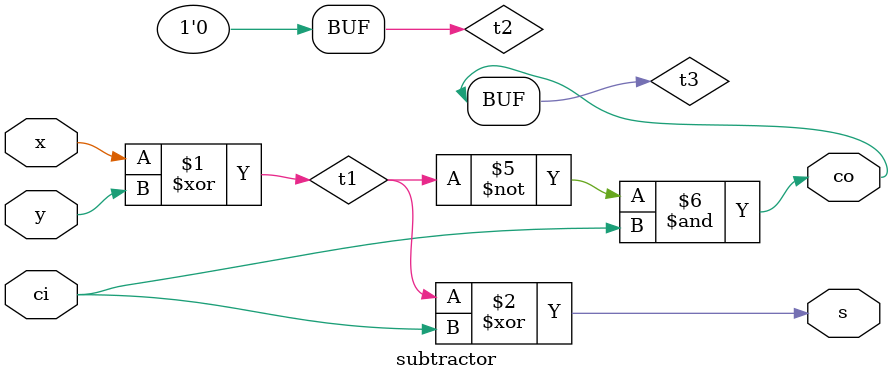
<source format=v>
`timescale 1ns / 1ps

module subtractor(x,y,ci,s,co);
    input x,y,ci;
    output s,co;
    wire t1,t2,t3;
    
    xor u1(t1,x,y);
    xor u2(s,t1,ci);
    and u3(t2,y,~y);
    and u4(t3,~t1,ci);
    or  u5(co,t2,t3);
     
endmodule

</source>
